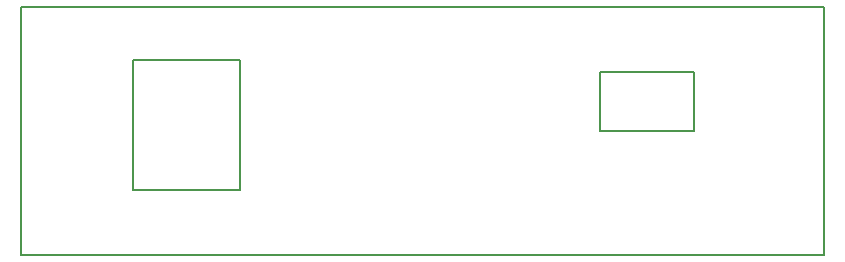
<source format=gm1>
G04 #@! TF.GenerationSoftware,KiCad,Pcbnew,5.0.0-rc2*
G04 #@! TF.CreationDate,2019-06-04T01:47:03-04:00*
G04 #@! TF.ProjectId,panelback,70616E656C6261636B2E6B696361645F,rev?*
G04 #@! TF.SameCoordinates,Original*
G04 #@! TF.FileFunction,Profile,NP*
%FSLAX46Y46*%
G04 Gerber Fmt 4.6, Leading zero omitted, Abs format (unit mm)*
G04 Created by KiCad (PCBNEW 5.0.0-rc2) date Tue Jun  4 01:47:03 2019*
%MOMM*%
%LPD*%
G01*
G04 APERTURE LIST*
%ADD10C,0.152400*%
G04 APERTURE END LIST*
D10*
X117000000Y-84500000D02*
X117000000Y-85000000D01*
X109000000Y-84500000D02*
X117000000Y-84500000D01*
X109000000Y-89500000D02*
X109000000Y-84500000D01*
X117000000Y-89500000D02*
X109000000Y-89500000D01*
X117000000Y-85000000D02*
X117000000Y-89500000D01*
X78500000Y-83500000D02*
X69500000Y-83500000D01*
X78500000Y-94500000D02*
X78500000Y-83500000D01*
X69500000Y-94500000D02*
X78500000Y-94500000D01*
X69500000Y-83500000D02*
X69500000Y-94500000D01*
X128000000Y-100000000D02*
X60000000Y-100000000D01*
X128000000Y-79000000D02*
X128000000Y-100000000D01*
X60000000Y-79000000D02*
X128000000Y-79000000D01*
X60000000Y-100000000D02*
X60000000Y-79000000D01*
M02*

</source>
